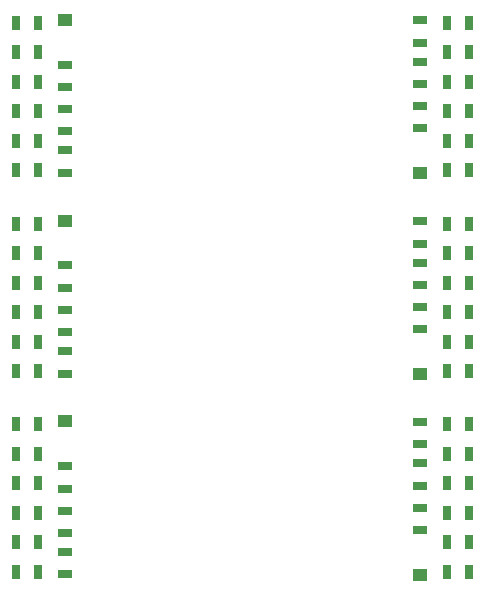
<source format=gbp>
G04 #@! TF.FileFunction,Paste,Bot*
%FSLAX46Y46*%
G04 Gerber Fmt 4.6, Leading zero omitted, Abs format (unit mm)*
G04 Created by KiCad (PCBNEW 4.0.2-stable) date 27/07/2016 9:39:40 PM*
%MOMM*%
G01*
G04 APERTURE LIST*
%ADD10C,0.100000*%
%ADD11R,1.250000X1.000000*%
%ADD12R,1.300000X0.700000*%
%ADD13R,0.700000X1.300000*%
G04 APERTURE END LIST*
D10*
D11*
X170250000Y-116500000D03*
X170250000Y-133500000D03*
X140250000Y-137500000D03*
X140250000Y-120500000D03*
X140250000Y-103500000D03*
X170250000Y-150500000D03*
D12*
X170250000Y-141050000D03*
X170250000Y-142950000D03*
D13*
X174450000Y-150250000D03*
X172550000Y-150250000D03*
D12*
X170250000Y-137550000D03*
X170250000Y-139450000D03*
X170250000Y-146700000D03*
X170250000Y-144800000D03*
D13*
X172550000Y-140250000D03*
X174450000Y-140250000D03*
X172550000Y-137750000D03*
X174450000Y-137750000D03*
X172550000Y-147750000D03*
X174450000Y-147750000D03*
X172550000Y-145250000D03*
X174450000Y-145250000D03*
X172550000Y-142750000D03*
X174450000Y-142750000D03*
X172550000Y-108750000D03*
X174450000Y-108750000D03*
X172550000Y-111250000D03*
X174450000Y-111250000D03*
X172550000Y-113750000D03*
X174450000Y-113750000D03*
X172550000Y-103750000D03*
X174450000Y-103750000D03*
X172550000Y-106250000D03*
X174450000Y-106250000D03*
D12*
X170250000Y-112700000D03*
X170250000Y-110800000D03*
X170250000Y-103550000D03*
X170250000Y-105450000D03*
D13*
X174450000Y-116250000D03*
X172550000Y-116250000D03*
D12*
X170250000Y-107050000D03*
X170250000Y-108950000D03*
X170250000Y-124050000D03*
X170250000Y-125950000D03*
D13*
X174450000Y-133250000D03*
X172550000Y-133250000D03*
D12*
X170250000Y-120550000D03*
X170250000Y-122450000D03*
X170250000Y-129700000D03*
X170250000Y-127800000D03*
D13*
X172550000Y-123250000D03*
X174450000Y-123250000D03*
X172550000Y-120750000D03*
X174450000Y-120750000D03*
X172550000Y-130750000D03*
X174450000Y-130750000D03*
X172550000Y-128250000D03*
X174450000Y-128250000D03*
X172550000Y-125750000D03*
X174450000Y-125750000D03*
X137950000Y-128250000D03*
X136050000Y-128250000D03*
X137950000Y-125750000D03*
X136050000Y-125750000D03*
X137950000Y-123250000D03*
X136050000Y-123250000D03*
X137950000Y-133250000D03*
X136050000Y-133250000D03*
X137950000Y-130750000D03*
X136050000Y-130750000D03*
D12*
X140250000Y-124300000D03*
X140250000Y-126200000D03*
X140250000Y-133450000D03*
X140250000Y-131550000D03*
D13*
X136050000Y-120750000D03*
X137950000Y-120750000D03*
D12*
X140250000Y-129950000D03*
X140250000Y-128050000D03*
X140250000Y-146950000D03*
X140250000Y-145050000D03*
D13*
X136050000Y-137750000D03*
X137950000Y-137750000D03*
D12*
X140250000Y-150450000D03*
X140250000Y-148550000D03*
X140250000Y-141300000D03*
X140250000Y-143200000D03*
D13*
X137950000Y-147750000D03*
X136050000Y-147750000D03*
X137950000Y-150250000D03*
X136050000Y-150250000D03*
X137950000Y-140250000D03*
X136050000Y-140250000D03*
X137950000Y-142750000D03*
X136050000Y-142750000D03*
X137950000Y-145250000D03*
X136050000Y-145250000D03*
X137950000Y-111250000D03*
X136050000Y-111250000D03*
X137950000Y-108750000D03*
X136050000Y-108750000D03*
X137950000Y-106250000D03*
X136050000Y-106250000D03*
X137950000Y-116250000D03*
X136050000Y-116250000D03*
X137950000Y-113750000D03*
X136050000Y-113750000D03*
D12*
X140250000Y-107300000D03*
X140250000Y-109200000D03*
X140250000Y-116450000D03*
X140250000Y-114550000D03*
D13*
X136050000Y-103750000D03*
X137950000Y-103750000D03*
D12*
X140250000Y-112950000D03*
X140250000Y-111050000D03*
M02*

</source>
